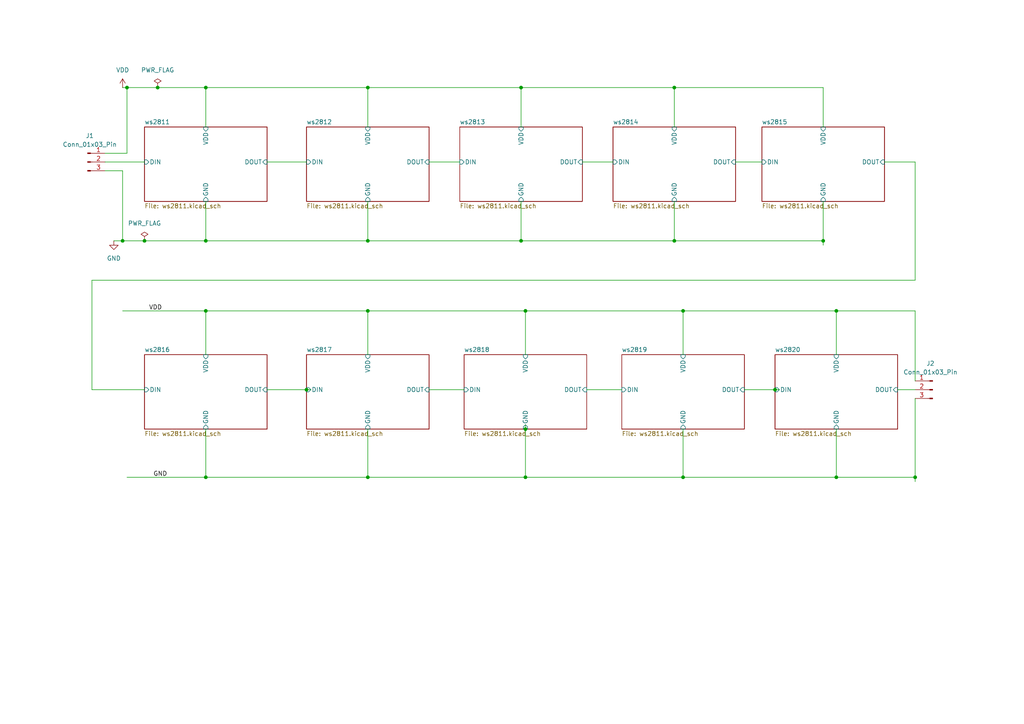
<source format=kicad_sch>
(kicad_sch (version 20231120) (generator "eeschema") (generator_version "8.0")
  (paper "A4")
  (lib_symbols
    (symbol "Connector:Conn_01x03_Pin" (pin_names (offset 1.016) hide)
      (property "Reference" "J" (at 0 5.08 0))
      (property "Value" "Conn_01x03_Pin" (at 0 -5.08 0))
      (symbol "Conn_01x03_Pin_1_1"
        (polyline (pts (xy 1.27 -2.54) (xy 0.8636 -2.54)) (stroke (width 0.1524)))
        (polyline (pts (xy 1.27 0) (xy 0.8636 0)) (stroke (width 0.1524)))
        (polyline (pts (xy 1.27 2.54) (xy 0.8636 2.54)) (stroke (width 0.1524)))
        (rectangle (start 0.8636 -2.413) (end 0 -2.667) (stroke (width 0.1524)) (fill (type outline)))
        (rectangle (start 0.8636 0.127) (end 0 -0.127) (stroke (width 0.1524)) (fill (type outline)))
        (rectangle (start 0.8636 2.667) (end 0 2.413) (stroke (width 0.1524)) (fill (type outline)))
        (pin passive line (at 5.08 2.54 180) (length 3.81) (name "Pin_1") (number "1"))
        (pin passive line (at 5.08 0 180) (length 3.81) (name "Pin_2") (number "2"))
        (pin passive line (at 5.08 -2.54 180) (length 3.81) (name "Pin_3") (number "3"))
      )
    )
    (symbol "power:GND" (power) (pin_numbers hide) (pin_names (offset 0) hide)
      (property "Value" "GND" (at 0 -3.81 0))
      (symbol "GND_0_1"
        (polyline (pts (xy 0 0) (xy 0 -1.27) (xy 1.27 -1.27) (xy 0 -2.54) (xy -1.27 -1.27) (xy 0 -1.27)))
      )
      (symbol "GND_1_1"
        (pin power_in line (at 0 0 270) (length 0) (name "~") (number "1"))
      )
    )
    (symbol "power:PWR_FLAG" (power) (pin_numbers hide) (pin_names (offset 0) hide)
      (property "Value" "PWR_FLAG" (at 0 3.81 0))
      (symbol "PWR_FLAG_0_0"
        (pin power_out line (at 0 0 90) (length 0) (name "~") (number "1"))
      )
      (symbol "PWR_FLAG_0_1"
        (polyline (pts (xy 0 0) (xy 0 1.27) (xy -1.016 1.905) (xy 0 2.54) (xy 1.016 1.905) (xy 0 1.27)))
      )
    )
    (symbol "power:VDD" (power) (pin_numbers hide) (pin_names (offset 0) hide)
      (property "Value" "VDD" (at 0 3.556 0))
      (symbol "VDD_0_1"
        (polyline (pts (xy -0.762 1.27) (xy 0 2.54)))
        (polyline (pts (xy 0 0) (xy 0 2.54)))
        (polyline (pts (xy 0 2.54) (xy 0.762 1.27)))
      )
      (symbol "VDD_1_1"
        (pin power_in line (at 0 0 90) (length 0) (name "~") (number "1"))
      )
    )
  )
  (junction (at 35.56 69.85))
  (junction (at 242.57 138.43))
  (junction (at 238.76 69.85))
  (junction (at 41.91 69.85))
  (junction (at 88.9 113.03))
  (junction (at 59.69 90.17))
  (junction (at 265.43 138.43))
  (junction (at 106.68 90.17))
  (junction (at 198.12 138.43))
  (junction (at 198.12 90.17))
  (junction (at 59.69 138.43))
  (junction (at 195.58 25.4))
  (junction (at 152.4 90.17))
  (junction (at 45.72 25.4))
  (junction (at 195.58 69.85))
  (junction (at 36.83 25.4))
  (junction (at 106.68 69.85))
  (junction (at 152.4 138.43))
  (junction (at 242.57 90.17))
  (junction (at 59.69 25.4))
  (junction (at 106.68 138.43))
  (junction (at 151.13 25.4))
  (junction (at 151.13 69.85))
  (junction (at 106.68 25.4))
  (junction (at 59.69 69.85))
  (junction (at 224.79 113.03))
  (junction (at 152.4 124.46))
  (wire (pts (xy 152.4 90.17) (xy 198.12 90.17)))
  (wire (pts (xy 106.68 58.42) (xy 106.68 69.85)))
  (wire (pts (xy 152.4 124.46) (xy 152.4 138.43)))
  (wire (pts (xy 106.68 138.43) (xy 152.4 138.43)))
  (wire (pts (xy 124.46 113.03) (xy 134.62 113.03)))
  (wire (pts (xy 238.76 69.85) (xy 238.76 71.12)))
  (wire (pts (xy 242.57 124.46) (xy 242.57 138.43)))
  (wire (pts (xy 265.43 110.49) (xy 265.43 90.17)))
  (wire (pts (xy 151.13 69.85) (xy 195.58 69.85)))
  (wire (pts (xy 77.47 46.99) (xy 88.9 46.99)))
  (wire (pts (xy 195.58 25.4) (xy 238.76 25.4)))
  (wire (pts (xy 170.18 113.03) (xy 180.34 113.03)))
  (wire (pts (xy 265.43 81.28) (xy 26.67 81.28)))
  (wire (pts (xy 256.54 46.99) (xy 265.43 46.99)))
  (wire (pts (xy 152.4 123.19) (xy 152.4 124.46)))
  (wire (pts (xy 30.48 44.45) (xy 36.83 44.45)))
  (wire (pts (xy 59.69 90.17) (xy 59.69 102.87)))
  (wire (pts (xy 59.69 58.42) (xy 59.69 69.85)))
  (wire (pts (xy 59.69 69.85) (xy 106.68 69.85)))
  (wire (pts (xy 106.68 90.17) (xy 106.68 102.87)))
  (wire (pts (xy 33.02 69.85) (xy 35.56 69.85)))
  (wire (pts (xy 59.69 90.17) (xy 106.68 90.17)))
  (wire (pts (xy 152.4 138.43) (xy 198.12 138.43)))
  (wire (pts (xy 26.67 113.03) (xy 41.91 113.03)))
  (wire (pts (xy 265.43 46.99) (xy 265.43 81.28)))
  (wire (pts (xy 36.83 138.43) (xy 59.69 138.43)))
  (wire (pts (xy 88.9 113.03) (xy 90.17 113.03)))
  (wire (pts (xy 59.69 25.4) (xy 59.69 36.83)))
  (wire (pts (xy 36.83 25.4) (xy 45.72 25.4)))
  (wire (pts (xy 151.13 25.4) (xy 195.58 25.4)))
  (wire (pts (xy 168.91 46.99) (xy 177.8 46.99)))
  (wire (pts (xy 35.56 69.85) (xy 41.91 69.85)))
  (wire (pts (xy 242.57 90.17) (xy 265.43 90.17)))
  (wire (pts (xy 106.68 90.17) (xy 152.4 90.17)))
  (wire (pts (xy 198.12 124.46) (xy 198.12 138.43)))
  (wire (pts (xy 195.58 36.83) (xy 195.58 25.4)))
  (wire (pts (xy 59.69 25.4) (xy 106.68 25.4)))
  (wire (pts (xy 213.36 46.99) (xy 220.98 46.99)))
  (wire (pts (xy 265.43 138.43) (xy 265.43 139.7)))
  (wire (pts (xy 30.48 49.53) (xy 35.56 49.53)))
  (wire (pts (xy 215.9 113.03) (xy 224.79 113.03)))
  (wire (pts (xy 198.12 90.17) (xy 198.12 102.87)))
  (wire (pts (xy 59.69 138.43) (xy 106.68 138.43)))
  (wire (pts (xy 35.56 90.17) (xy 59.69 90.17)))
  (wire (pts (xy 35.56 25.4) (xy 36.83 25.4)))
  (wire (pts (xy 260.35 113.03) (xy 265.43 113.03)))
  (wire (pts (xy 195.58 69.85) (xy 238.76 69.85)))
  (wire (pts (xy 151.13 58.42) (xy 151.13 69.85)))
  (wire (pts (xy 41.91 69.85) (xy 59.69 69.85)))
  (wire (pts (xy 26.67 81.28) (xy 26.67 113.03)))
  (wire (pts (xy 106.68 69.85) (xy 151.13 69.85)))
  (wire (pts (xy 77.47 113.03) (xy 88.9 113.03)))
  (wire (pts (xy 238.76 58.42) (xy 238.76 69.85)))
  (wire (pts (xy 59.69 124.46) (xy 59.69 138.43)))
  (wire (pts (xy 30.48 46.99) (xy 41.91 46.99)))
  (wire (pts (xy 238.76 25.4) (xy 238.76 36.83)))
  (wire (pts (xy 198.12 90.17) (xy 242.57 90.17)))
  (wire (pts (xy 242.57 138.43) (xy 265.43 138.43)))
  (wire (pts (xy 106.68 124.46) (xy 106.68 138.43)))
  (wire (pts (xy 198.12 138.43) (xy 242.57 138.43)))
  (wire (pts (xy 106.68 25.4) (xy 106.68 36.83)))
  (wire (pts (xy 224.79 113.03) (xy 226.06 113.03)))
  (wire (pts (xy 242.57 102.87) (xy 242.57 90.17)))
  (wire (pts (xy 106.68 25.4) (xy 151.13 25.4)))
  (wire (pts (xy 151.13 25.4) (xy 151.13 36.83)))
  (wire (pts (xy 36.83 25.4) (xy 36.83 44.45)))
  (wire (pts (xy 35.56 49.53) (xy 35.56 69.85)))
  (wire (pts (xy 124.46 46.99) (xy 133.35 46.99)))
  (wire (pts (xy 195.58 58.42) (xy 195.58 69.85)))
  (wire (pts (xy 45.72 25.4) (xy 59.69 25.4)))
  (wire (pts (xy 152.4 90.17) (xy 152.4 102.87)))
  (wire (pts (xy 265.43 115.57) (xy 265.43 138.43)))
  (label "GND" (at 44.45 138.43 0))
  (label "VDD" (at 43.18 90.17 0))
  (symbol (lib_id "Connector:Conn_01x03_Pin") (at 270.51 113.03 0) (mirror y) (unit 1)
    (property "Reference" "J2" (at 269.875 105.41 0))
    (property "Value" "Conn_01x03_Pin" (at 269.875 107.95 0))
    (property "Footprint" "Connector_PinHeader_2.54mm:PinHeader_1x03_P2.54mm_Vertical" (effects (hide yes)))
    (property "Description" "Generic connector, single row, 01x03, script generated" (effects (hide yes)))
  )
  (symbol (lib_id "power:VDD") (at 35.56 25.4 0) (unit 1)
    (property "Reference" "#PWR02" (effects (hide yes)))
    (property "Value" "VDD" (at 35.56 20.32 0))
    (property "Description" "Power symbol creates a global label with name \"VDD\"" (effects (hide yes)))
  )
  (symbol (lib_id "Connector:Conn_01x03_Pin") (at 25.4 46.99 0) (unit 1)
    (property "Reference" "J1" (at 26.035 39.37 0))
    (property "Value" "Conn_01x03_Pin" (at 26.035 41.91 0))
    (property "Footprint" "Connector_PinHeader_2.54mm:PinHeader_1x03_P2.54mm_Vertical" (effects (hide yes)))
    (property "Description" "Generic connector, single row, 01x03, script generated" (effects (hide yes)))
  )
  (symbol (lib_id "power:PWR_FLAG") (at 41.91 69.85 0) (unit 1)
    (property "Reference" "#FLG02" (effects (hide yes)))
    (property "Value" "PWR_FLAG" (at 41.91 64.77 0))
    (property "Description" "Special symbol for telling ERC where power comes from" (effects (hide yes)))
  )
  (symbol (lib_id "power:GND") (at 33.02 69.85 0) (unit 1)
    (property "Reference" "#PWR01" (effects (hide yes)))
    (property "Value" "GND" (at 33.02 74.93 0))
    (property "Description" "Power symbol creates a global label with name \"GND\" , ground" (effects (hide yes)))
  )
  (symbol (lib_id "power:PWR_FLAG") (at 45.72 25.4 0) (unit 1)
    (property "Reference" "#FLG01" (effects (hide yes)))
    (property "Value" "PWR_FLAG" (at 45.72 20.32 0))
    (property "Description" "Special symbol for telling ERC where power comes from" (effects (hide yes)))
  )
  (sheet (at 134.62 102.87) (size 35.56 21.59) (stroke (width 0.1524))
    (property "Sheetname" "ws2818" (at 134.62 102.1584 0) (effects (justify left bottom)))
    (property "Sheetfile" "ws2811.kicad_sch" (at 134.62 125.0446 0) (effects (justify left top)))
    (pin "DIN" input (at 134.62 113.03 180))
    (pin "VDD" input (at 152.4 102.87 90))
    (pin "GND" input (at 152.4 124.46 270))
    (pin "DOUT" input (at 170.18 113.03 0))
  )
  (sheet (at 133.35 36.83) (size 35.56 21.59) (stroke (width 0.1524))
    (property "Sheetname" "ws2813" (at 133.35 36.1184 0) (effects (justify left bottom)))
    (property "Sheetfile" "ws2811.kicad_sch" (at 133.35 59.0046 0) (effects (justify left top)))
    (pin "DIN" input (at 133.35 46.99 180))
    (pin "VDD" input (at 151.13 36.83 90))
    (pin "GND" input (at 151.13 58.42 270))
    (pin "DOUT" input (at 168.91 46.99 0))
  )
  (sheet (at 88.9 36.83) (size 35.56 21.59) (stroke (width 0.1524))
    (property "Sheetname" "ws2812" (at 88.9 36.1184 0) (effects (justify left bottom)))
    (property "Sheetfile" "ws2811.kicad_sch" (at 88.9 59.0046 0) (effects (justify left top)))
    (pin "DIN" input (at 88.9 46.99 180))
    (pin "VDD" input (at 106.68 36.83 90))
    (pin "GND" input (at 106.68 58.42 270))
    (pin "DOUT" input (at 124.46 46.99 0))
  )
  (sheet (at 41.91 36.83) (size 35.56 21.59) (stroke (width 0.1524))
    (property "Sheetname" "ws2811" (at 41.91 36.1184 0) (effects (justify left bottom)))
    (property "Sheetfile" "ws2811.kicad_sch" (at 41.91 59.0046 0) (effects (justify left top)))
    (pin "DIN" input (at 41.91 46.99 180))
    (pin "VDD" input (at 59.69 36.83 90))
    (pin "GND" input (at 59.69 58.42 270))
    (pin "DOUT" input (at 77.47 46.99 0))
  )
  (sheet (at 41.91 102.87) (size 35.56 21.59) (stroke (width 0.1524))
    (property "Sheetname" "ws2816" (at 41.91 102.1584 0) (effects (justify left bottom)))
    (property "Sheetfile" "ws2811.kicad_sch" (at 41.91 125.0446 0) (effects (justify left top)))
    (pin "DIN" input (at 41.91 113.03 180))
    (pin "VDD" input (at 59.69 102.87 90))
    (pin "GND" input (at 59.69 124.46 270))
    (pin "DOUT" input (at 77.47 113.03 0))
  )
  (sheet (at 177.8 36.83) (size 35.56 21.59) (stroke (width 0.1524))
    (property "Sheetname" "ws2814" (at 177.8 36.1184 0) (effects (justify left bottom)))
    (property "Sheetfile" "ws2811.kicad_sch" (at 177.8 59.0046 0) (effects (justify left top)))
    (pin "DIN" input (at 177.8 46.99 180))
    (pin "VDD" input (at 195.58 36.83 90))
    (pin "GND" input (at 195.58 58.42 270))
    (pin "DOUT" input (at 213.36 46.99 0))
  )
  (sheet (at 180.34 102.87) (size 35.56 21.59) (stroke (width 0.1524))
    (property "Sheetname" "ws2819" (at 180.34 102.1584 0) (effects (justify left bottom)))
    (property "Sheetfile" "ws2811.kicad_sch" (at 180.34 125.0446 0) (effects (justify left top)))
    (pin "DIN" input (at 180.34 113.03 180))
    (pin "VDD" input (at 198.12 102.87 90))
    (pin "GND" input (at 198.12 124.46 270))
    (pin "DOUT" input (at 215.9 113.03 0))
  )
  (sheet (at 220.98 36.83) (size 35.56 21.59) (stroke (width 0.1524))
    (property "Sheetname" "ws2815" (at 220.98 36.1184 0) (effects (justify left bottom)))
    (property "Sheetfile" "ws2811.kicad_sch" (at 220.98 59.0046 0) (effects (justify left top)))
    (pin "DIN" input (at 220.98 46.99 180))
    (pin "VDD" input (at 238.76 36.83 90))
    (pin "GND" input (at 238.76 58.42 270))
    (pin "DOUT" input (at 256.54 46.99 0))
  )
  (sheet (at 224.79 102.87) (size 35.56 21.59) (stroke (width 0.1524))
    (property "Sheetname" "ws2820" (at 224.79 102.1584 0) (effects (justify left bottom)))
    (property "Sheetfile" "ws2811.kicad_sch" (at 224.79 125.0446 0) (effects (justify left top)))
    (pin "DIN" input (at 224.79 113.03 180))
    (pin "VDD" input (at 242.57 102.87 90))
    (pin "GND" input (at 242.57 124.46 270))
    (pin "DOUT" input (at 260.35 113.03 0))
  )
  (sheet (at 88.9 102.87) (size 35.56 21.59) (stroke (width 0.1524))
    (property "Sheetname" "ws2817" (at 88.9 102.1584 0) (effects (justify left bottom)))
    (property "Sheetfile" "ws2811.kicad_sch" (at 88.9 125.0446 0) (effects (justify left top)))
    (pin "DIN" input (at 88.9 113.03 180))
    (pin "VDD" input (at 106.68 102.87 90))
    (pin "GND" input (at 106.68 124.46 270))
    (pin "DOUT" input (at 124.46 113.03 0))
  )
)
</source>
